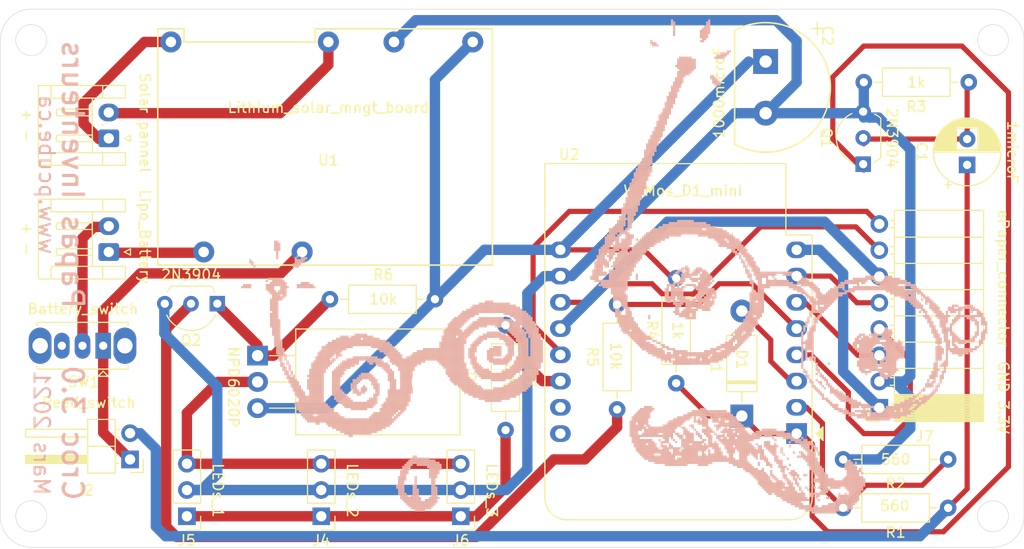
<source format=kicad_pcb>
(kicad_pcb (version 20171130) (host pcbnew 5.1.7-a382d34a8~88~ubuntu18.04.1)
  (layers (0 F.Cu signal) (31 B.Cu signal) (34 B.Paste user) (35 F.Paste user) (36 B.SilkS user) (37 F.SilkS user) (38 B.Mask user) (39 F.Mask user) (44 Edge.Cuts user))
  (net 0 "")
  (net 1 "Net-(C1-Pad1)")
  (net 2 "Net-(C1-Pad2)")
  (net 3 +5V)
  (net 4 GND)
  (net 5 /WEMOS_RESET)
  (net 6 /D0)
  (net 7 /SOLAR+)
  (net 8 /SOLAR-)
  (net 9 /LED_VIN)
  (net 10 /3.3V)
  (net 11 "Net-(Q2-Pad2)")
  (net 12 /A0)
  (net 13 /DIN)
  (net 14 /CLK)
  (net 15 /CS)
  (net 16 /DC)
  (net 17 /RST)
  (net 18 /BUSY)
  (net 19 /MOSFET_CTRL)
  (net 20 /WS2812B_DATA_IN)
  (net 21 /LIPO-)
  (net 22 /LED_DIN)
  (net 23 "Net-(J2-Pad1)")
  (net 24 /LIPO+SWITCH)
  (net 25 "Net-(Q2-Pad1)")
  (module lib_fp:Edge_CP_Radial_D12.5mm_P5.00mm (layer F.Cu) (at 174.835 75.195 270)
    (fp_text reference C2 (at -5 -6 270 unlocked) (layer F.SilkS))
    (fp_text value 1000microF (at 0.5 4.5 90 unlocked) (layer F.SilkS))
    (pad 2 thru_hole circle (at 2.5 0 270) (size 2.4 2.4) (drill 1.2) (layers *.Cu *.Mask) (net 4 GND))
    (pad 1 thru_hole rect (at -2.5 0 270) (size 2.4 2.4) (drill 1.2) (layers *.Cu *.Mask) (net 3 +5V))
  )
  (module "Lib_fp:LOGO_papas_inventeurs_et_jeunes (72x48mm)" (layer B.Cu) (at 196.275 68.625 180)
    (fp_text reference LOGO_papas_inventeurs_et_jeunes hide)
    (fp_text value "" (at 0 0) (layer B.SilkS) (effects (font (size 1.27 1.27)) (justify mirror)))
  )
  (module Connector_JST:JST_EH_S2B-EH_1x02_P2.50mm_Horizontal (layer F.Cu) (at 111.275 91.125 90)
    (fp_text reference "+ -" (at 1.25 -7.9 270 unlocked) (layer F.SilkS))
    (fp_text value Lipo_Battery (at 1.5 3.5 270 unlocked) (layer F.SilkS))
    (pad 2 thru_hole oval (at 2.5 0 90) (size 1.7 2) (drill 1) (layers *.Cu *.Mask) (net 24 /LIPO+SWITCH))
    (pad 1 thru_hole roundrect (at 0 0 90) (size 1.7 2) (drill 1) (layers *.Cu *.Mask) (roundrect_rratio 0.1470588235294118) (net 21 /LIPO-))
  )
  (module Connector_JST:JST_EH_S2B-EH_1x02_P2.50mm_Horizontal (layer F.Cu) (at 111.275 80.125 90)
    (fp_text reference "+ -" (at 1.25 -7.9 270 unlocked) (layer F.SilkS))
    (fp_text value "Solar pannel" (at 1.5 3.5 270 unlocked) (layer F.SilkS))
    (pad 2 thru_hole oval (at 2.5 0 90) (size 1.7 2) (drill 1) (layers *.Cu *.Mask) (net 7 /SOLAR+))
    (pad 1 thru_hole roundrect (at 0 0 90) (size 1.7 2) (drill 1) (layers *.Cu *.Mask) (roundrect_rratio 0.1470588235294118) (net 8 /SOLAR-))
  )
  (module Module:WEMOS_D1_mini_light (layer F.Cu) (at 177.835 108.695 180)
    (fp_text reference U2 (at 22 27) (layer F.SilkS))
    (fp_text value WeMos_D1_mini (at 11 23.5) (layer F.SilkS))
    (pad 2 thru_hole oval (at 0 2.54 180) (size 2 1.6) (drill 1) (layers *.Cu *.Mask) (net 12 /A0))
    (pad 1 thru_hole rect (at 0 0 180) (size 2 2) (drill 1) (layers *.Cu *.Mask) (net 5 /WEMOS_RESET))
    (pad 3 thru_hole oval (at 0 5.08 180) (size 2 1.6) (drill 1) (layers *.Cu *.Mask) (net 6 /D0))
    (pad 4 thru_hole oval (at 0 7.62 180) (size 2 1.6) (drill 1) (layers *.Cu *.Mask) (net 14 /CLK))
    (pad 5 thru_hole oval (at 0 10.16 180) (size 2 1.6) (drill 1) (layers *.Cu *.Mask) (net 19 /MOSFET_CTRL))
    (pad 6 thru_hole oval (at 0 12.7 180) (size 2 1.6) (drill 1) (layers *.Cu *.Mask) (net 13 /DIN))
    (pad 7 thru_hole oval (at 0 15.24 180) (size 2 1.6) (drill 1) (layers *.Cu *.Mask) (net 15 /CS))
    (pad 8 thru_hole oval (at 0 17.78 180) (size 2 1.6) (drill 1) (layers *.Cu *.Mask) (net 10 /3.3V))
    (pad 9 thru_hole oval (at 22.86 17.78 180) (size 2 1.6) (drill 1) (layers *.Cu *.Mask) (net 3 +5V))
    (pad 10 thru_hole oval (at 22.86 15.24 180) (size 2 1.6) (drill 1) (layers *.Cu *.Mask) (net 4 GND))
    (pad 11 thru_hole oval (at 22.86 12.7 180) (size 2 1.6) (drill 1) (layers *.Cu *.Mask) (net 17 /RST))
    (pad 12 thru_hole oval (at 22.86 10.16 180) (size 2 1.6) (drill 1) (layers *.Cu *.Mask) (net 16 /DC))
    (pad 13 thru_hole oval (at 22.86 7.62 180) (size 2 1.6) (drill 1) (layers *.Cu *.Mask) (net 18 /BUSY))
    (pad 14 thru_hole oval (at 22.86 5.08 180) (size 2 1.6) (drill 1) (layers *.Cu *.Mask) (net 20 /WS2812B_DATA_IN))
    (pad 15 thru_hole oval (at 22.86 2.54 180) (size 2 1.6) (drill 1) (layers *.Cu *.Mask))
    (pad 16 thru_hole oval (at 22.86 0 180) (size 2 1.6) (drill 1) (layers *.Cu *.Mask))
  )
  (module Capacitor_THT:CP_Radial_D6.3mm_P2.50mm (layer F.Cu) (at 194.335 82.695 90)
    (fp_text reference C1 (at 1.25 -4.4 270 unlocked) (layer F.SilkS))
    (fp_text value 1microF (at 1.25 4.4 270 unlocked) (layer F.SilkS))
    (pad 1 thru_hole rect (at 0 0 90) (size 1.6 1.6) (drill 0.8) (layers *.Cu *.Mask) (net 1 "Net-(C1-Pad1)"))
    (pad 2 thru_hole circle (at 2.5 0 90) (size 1.6 1.6) (drill 0.8) (layers *.Cu *.Mask) (net 2 "Net-(C1-Pad2)"))
  )
  (module Connector_PinHeader_2.54mm:PinHeader_1x02_P2.54mm_Horizontal (layer F.Cu) (at 113.335 111.195 180)
    (fp_text reference J2 (at 4.385 -3) (layer F.SilkS))
    (fp_text value Reed_switch (at 4 5.5 unlocked) (layer F.SilkS))
    (pad 1 thru_hole rect (at 0 0 180) (size 1.7 1.7) (drill 1) (layers *.Cu *.Mask) (net 23 "Net-(J2-Pad1)"))
    (pad 2 thru_hole oval (at 0 2.54 180) (size 1.7 1.7) (drill 1) (layers *.Cu *.Mask) (net 1 "Net-(C1-Pad1)"))
  )
  (module Connector_PinSocket_2.54mm:PinSocket_1x08_P2.54mm_Horizontal (layer F.Cu) (at 185.835 106.195 180)
    (fp_text reference J7 (at -4.38 -2.77) (layer F.SilkS))
    (fp_text value ePaper_connector (at -12 12.5 270 unlocked) (layer F.SilkS))
    (pad 8 thru_hole oval (at 0 17.78 180) (size 1.7 1.7) (drill 1) (layers *.Cu *.Mask) (net 18 /BUSY))
    (pad 7 thru_hole oval (at 0 15.24 180) (size 1.7 1.7) (drill 1) (layers *.Cu *.Mask) (net 17 /RST))
    (pad 6 thru_hole oval (at 0 12.7 180) (size 1.7 1.7) (drill 1) (layers *.Cu *.Mask) (net 16 /DC))
    (pad 5 thru_hole oval (at 0 10.16 180) (size 1.7 1.7) (drill 1) (layers *.Cu *.Mask) (net 15 /CS))
    (pad 4 thru_hole oval (at 0 7.62 180) (size 1.7 1.7) (drill 1) (layers *.Cu *.Mask) (net 14 /CLK))
    (pad 3 thru_hole oval (at 0 5.08 180) (size 1.7 1.7) (drill 1) (layers *.Cu *.Mask) (net 13 /DIN))
    (pad 2 thru_hole oval (at 0 2.54 180) (size 1.7 1.7) (drill 1) (layers *.Cu *.Mask) (net 4 GND))
    (pad 1 thru_hole rect (at 0 0 180) (size 1.7 1.7) (drill 1) (layers *.Cu *.Mask) (net 10 /3.3V))
  )
  (module Package_TO_SOT_THT:TO-92L_Inline_Wide (layer F.Cu) (at 184.275 82.625 90)
    (fp_text reference Q1 (at 2.54 -3.56 270 unlocked) (layer F.SilkS))
    (fp_text value 2N3904 (at 2.54 2.79 270 unlocked) (layer F.SilkS))
    (pad 2 thru_hole circle (at 2.54 0 90) (size 1.5 1.5) (drill 0.8) (layers *.Cu *.Mask) (net 2 "Net-(C1-Pad2)"))
    (pad 3 thru_hole circle (at 5.08 0 90) (size 1.5 1.5) (drill 0.8) (layers *.Cu *.Mask) (net 4 GND))
    (pad 1 thru_hole rect (at 0 0 90) (size 1.5 1.5) (drill 0.8) (layers *.Cu *.Mask) (net 5 /WEMOS_RESET))
  )
  (module Package_TO_SOT_THT:TO-92L_Inline_Wide (layer F.Cu) (at 121.775 96.125 180)
    (fp_text reference Q2 (at 2.54 -3.56) (layer F.SilkS))
    (fp_text value 2N3904 (at 2.54 2.79) (layer F.SilkS))
    (pad 1 thru_hole rect (at 0 0 180) (size 1.5 1.5) (drill 0.8) (layers *.Cu *.Mask) (net 25 "Net-(Q2-Pad1)"))
    (pad 3 thru_hole circle (at 5.08 0 180) (size 1.5 1.5) (drill 0.8) (layers *.Cu *.Mask) (net 4 GND))
    (pad 2 thru_hole circle (at 2.54 0 180) (size 1.5 1.5) (drill 0.8) (layers *.Cu *.Mask) (net 11 "Net-(Q2-Pad2)"))
  )
  (module Package_TO_SOT_THT:TO-220-3_Horizontal_TabDown (layer F.Cu) (at 125.675 101.155 270)
    (fp_text reference Q3 (at 2.54 -20.58 270 unlocked) (layer F.SilkS))
    (fp_text value NPD6020P (at 3.04 2.34 270 unlocked) (layer F.SilkS))
    (pad "" np_thru_hole oval (at 2.54 -16.66 270) (size 3.5 3.5) (drill 3.5) (layers *.Cu *.Mask))
    (pad 1 thru_hole rect (at 0 0 270) (size 1.905 2) (drill 1.1) (layers *.Cu *.Mask) (net 25 "Net-(Q2-Pad1)"))
    (pad 2 thru_hole oval (at 2.54 0 270) (size 1.905 2) (drill 1.1) (layers *.Cu *.Mask) (net 9 /LED_VIN))
    (pad 3 thru_hole oval (at 5.08 0 270) (size 1.905 2) (drill 1.1) (layers *.Cu *.Mask) (net 3 +5V))
  )
  (module Lib_fp:Lithium_solar_mngt_board (layer F.Cu) (at 135.065 66.99)
    (fp_text reference U1 (at -2.54 15.24) (layer F.SilkS))
    (fp_text value Lithium_solar_mngt_board (at -2.54 10.16) (layer F.SilkS))
    (pad 1 thru_hole circle (at -2.54 3.81) (size 2.032 2.032) (drill 1.016) (layers *.Cu *.Mask) (net 7 /SOLAR+))
    (pad 2 thru_hole circle (at -17.78 3.81) (size 2.032 2.032) (drill 1.016) (layers *.Cu *.Mask) (net 8 /SOLAR-))
    (pad 4 thru_hole circle (at -14.605 24.13) (size 2.032 2.032) (drill 1.016) (layers *.Cu *.Mask) (net 21 /LIPO-))
    (pad 3 thru_hole circle (at -5.08 24.13) (size 2.032 2.032) (drill 1.016) (layers *.Cu *.Mask) (net 23 "Net-(J2-Pad1)"))
    (pad 6 thru_hole circle (at 3.81 3.81) (size 2.032 2.032) (drill 1.016) (layers *.Cu *.Mask) (net 4 GND))
    (pad 5 thru_hole circle (at 11.43 3.81) (size 2.032 2.032) (drill 1.016) (layers *.Cu *.Mask) (net 3 +5V))
  )
  (module Connector_PinHeader_2.54mm:PinHeader_1x03_P2.54mm_Vertical (layer F.Cu) (at 131.835 116.695 180)
    (fp_text reference J4 (at 0 -2.33) (layer F.SilkS))
    (fp_text value LEDs_2 (at -3 2.5 270 unlocked) (layer F.SilkS))
    (pad 1 thru_hole rect (at 0 0 180) (size 1.7 1.7) (drill 1) (layers *.Cu *.Mask) (net 22 /LED_DIN))
    (pad 2 thru_hole oval (at 0 2.54 180) (size 1.7 1.7) (drill 1) (layers *.Cu *.Mask) (net 4 GND))
    (pad 3 thru_hole oval (at 0 5.08 180) (size 1.7 1.7) (drill 1) (layers *.Cu *.Mask) (net 9 /LED_VIN))
  )
  (module Connector_PinHeader_2.54mm:PinHeader_1x03_P2.54mm_Vertical (layer F.Cu) (at 118.835 116.695 180)
    (fp_text reference J5 (at 0 -2.33) (layer F.SilkS))
    (fp_text value LEDs_1 (at -3 2.5 270 unlocked) (layer F.SilkS))
    (pad 3 thru_hole oval (at 0 5.08 180) (size 1.7 1.7) (drill 1) (layers *.Cu *.Mask) (net 9 /LED_VIN))
    (pad 2 thru_hole oval (at 0 2.54 180) (size 1.7 1.7) (drill 1) (layers *.Cu *.Mask) (net 4 GND))
    (pad 1 thru_hole rect (at 0 0 180) (size 1.7 1.7) (drill 1) (layers *.Cu *.Mask) (net 22 /LED_DIN))
  )
  (module Connector_PinHeader_2.54mm:PinHeader_1x03_P2.54mm_Vertical (layer F.Cu) (at 145.335 116.695 180)
    (fp_text reference J6 (at 0 -2.33) (layer F.SilkS))
    (fp_text value LEDs_3 (at -3 2.5 270 unlocked) (layer F.SilkS))
    (pad 1 thru_hole rect (at 0 0 180) (size 1.7 1.7) (drill 1) (layers *.Cu *.Mask) (net 22 /LED_DIN))
    (pad 2 thru_hole oval (at 0 2.54 180) (size 1.7 1.7) (drill 1) (layers *.Cu *.Mask) (net 4 GND))
    (pad 3 thru_hole oval (at 0 5.08 180) (size 1.7 1.7) (drill 1) (layers *.Cu *.Mask) (net 9 /LED_VIN))
  )
  (module Button_Switch_THT:SW_Slide_1P2T_CK_OS102011MS2Q (layer F.Cu) (at 110.735 100.195 180)
    (fp_text reference SW1 (at 1.9 -3.5) (layer F.SilkS))
    (fp_text value Battery_switch (at 1.96 3.57) (layer F.SilkS))
    (pad 1 thru_hole rect (at 0 0 180) (size 1.5 2.5) (drill 0.8) (layers *.Cu *.Mask) (net 23 "Net-(J2-Pad1)"))
    (pad 2 thru_hole oval (at 2 0 180) (size 1.5 2.5) (drill 0.8) (layers *.Cu *.Mask) (net 24 /LIPO+SWITCH))
    (pad 3 thru_hole oval (at 4 0 180) (size 1.5 2.5) (drill 0.8) (layers *.Cu *.Mask))
    (pad "" thru_hole oval (at -2.1 0 180) (size 2.2 3.5) (drill 1.5) (layers *.Cu *.Mask))
    (pad "" thru_hole oval (at 6.1 0 180) (size 2.2 3.5) (drill 1.5) (layers *.Cu *.Mask))
  )
  (module Resistor_THT:R_Axial_DIN0207_L6.3mm_D2.5mm_P10.16mm_Horizontal (layer F.Cu) (at 192.495 115.885 180)
    (fp_text reference R1 (at 5.08 -2.37) (layer F.SilkS))
    (fp_text value 560 (at 5.16 0.19) (layer F.SilkS))
    (pad 1 thru_hole circle (at 0 0 180) (size 1.6 1.6) (drill 0.8) (layers *.Cu *.Mask) (net 1 "Net-(C1-Pad1)"))
    (pad 2 thru_hole oval (at 10.16 0 180) (size 1.6 1.6) (drill 0.8) (layers *.Cu *.Mask) (net 12 /A0))
  )
  (module Resistor_THT:R_Axial_DIN0207_L6.3mm_D2.5mm_P10.16mm_Horizontal (layer F.Cu) (at 192.495 111.195 180)
    (fp_text reference R2 (at 5.08 -2.37) (layer F.SilkS))
    (fp_text value 560 (at 5.08 0) (layer F.SilkS))
    (pad 2 thru_hole oval (at 10.16 0 180) (size 1.6 1.6) (drill 0.8) (layers *.Cu *.Mask) (net 4 GND))
    (pad 1 thru_hole circle (at 0 0 180) (size 1.6 1.6) (drill 0.8) (layers *.Cu *.Mask) (net 12 /A0))
  )
  (module Resistor_THT:R_Axial_DIN0207_L6.3mm_D2.5mm_P10.16mm_Horizontal (layer F.Cu) (at 194.495 74.695 180)
    (fp_text reference R3 (at 5.08 -2.37) (layer F.SilkS))
    (fp_text value 1k (at 5.08 0) (layer F.SilkS))
    (pad 1 thru_hole circle (at 0 0 180) (size 1.6 1.6) (drill 0.8) (layers *.Cu *.Mask) (net 2 "Net-(C1-Pad2)"))
    (pad 2 thru_hole oval (at 10.16 0 180) (size 1.6 1.6) (drill 0.8) (layers *.Cu *.Mask) (net 4 GND))
  )
  (module Resistor_THT:R_Axial_DIN0207_L6.3mm_D2.5mm_P10.16mm_Horizontal (layer F.Cu) (at 166.18 93.66 270)
    (fp_text reference R4 (at 5.035 2.345 270 unlocked) (layer F.SilkS))
    (fp_text value 1k (at 5.08 -0.155 270 unlocked) (layer F.SilkS))
    (pad 2 thru_hole oval (at 10.16 0 270) (size 1.6 1.6) (drill 0.8) (layers *.Cu *.Mask) (net 5 /WEMOS_RESET))
    (pad 1 thru_hole circle (at 0 0 270) (size 1.6 1.6) (drill 0.8) (layers *.Cu *.Mask) (net 3 +5V))
  )
  (module Resistor_THT:R_Axial_DIN0207_L6.3mm_D2.5mm_P10.16mm_Horizontal (layer F.Cu) (at 160.465 106.36 90)
    (fp_text reference R5 (at 5.08 -2.37 270 unlocked) (layer F.SilkS))
    (fp_text value 10k (at 5.165 -0.13 270 unlocked) (layer F.SilkS))
    (pad 2 thru_hole oval (at 10.16 0 90) (size 1.6 1.6) (drill 0.8) (layers *.Cu *.Mask) (net 19 /MOSFET_CTRL))
    (pad 1 thru_hole circle (at 0 0 90) (size 1.6 1.6) (drill 0.8) (layers *.Cu *.Mask) (net 11 "Net-(Q2-Pad2)"))
  )
  (module Resistor_THT:R_Axial_DIN0207_L6.3mm_D2.5mm_P10.16mm_Horizontal (layer F.Cu) (at 132.675 95.695)
    (fp_text reference R6 (at 5.16 -2.37) (layer F.SilkS))
    (fp_text value 10k (at 5.16 0) (layer F.SilkS))
    (pad 1 thru_hole circle (at 0 0) (size 1.6 1.6) (drill 0.8) (layers *.Cu *.Mask) (net 25 "Net-(Q2-Pad1)"))
    (pad 2 thru_hole oval (at 10.16 0) (size 1.6 1.6) (drill 0.8) (layers *.Cu *.Mask) (net 3 +5V))
  )
  (module Resistor_THT:R_Axial_DIN0207_L6.3mm_D2.5mm_P10.16mm_Horizontal (layer F.Cu) (at 149.67 98.195 270)
    (fp_text reference R7 (at 5.08 -2.37 270 unlocked) (layer F.SilkS))
    (fp_text value 470 (at 5.08 -0.165 270 unlocked) (layer F.SilkS))
    (pad 1 thru_hole circle (at 0 0 270) (size 1.6 1.6) (drill 0.8) (layers *.Cu *.Mask) (net 20 /WS2812B_DATA_IN))
    (pad 2 thru_hole oval (at 10.16 0 270) (size 1.6 1.6) (drill 0.8) (layers *.Cu *.Mask) (net 22 /LED_DIN))
  )
  (module Diode_THT:D_DO-41_SOD81_P10.16mm_Horizontal (layer F.Cu) (at 172.53 106.995 90)
    (fp_text reference D1 (at 5.08 -2.47 270 unlocked) (layer F.SilkS))
    (fp_text value DIODE)
    (fp_text user %R (at 5.47 0 270 unlocked) (layer F.SilkS))
    (fp_text user K (at 0 -2.1 90) (layer F.SilkS))
    (pad 1 thru_hole rect (at 0 0 90) (size 2.2 2.2) (drill 1.1) (layers *.Cu *.Mask) (net 5 /WEMOS_RESET))
    (pad 2 thru_hole oval (at 10.16 0 90) (size 2.2 2.2) (drill 1.1) (layers *.Cu *.Mask) (net 6 /D0))
  )
  (gr_text "Croc 3.0" (at 107.775 108.625 270) (layer B.SilkS) (effects (font (size 2 2) (thickness 0.3)) (justify mirror)))
  (gr_text "Mars 2021" (at 104.775 108.625 270) (layer B.SilkS) (effects (font (size 1.5 1.5) (thickness 0.2)) (justify mirror)))
  (gr_text www.pcube.ca (at 105.275 83.625 270) (layer B.SilkS) (effects (font (size 1.5 1.5) (thickness 0.2)) (justify mirror)))
  (gr_text "Papas Inventeurs" (at 107.775 83.625 270) (layer B.SilkS) (effects (font (size 2 2) (thickness 0.3)) (justify mirror)))
  (gr_line (start 100.775 70.625) (end 100.775 116.695) (layer Edge.Cuts) (width 0.05))
  (gr_arc (start 103.775 70.625) (end 103.775 67.625) (angle -90) (layer Edge.Cuts) (width 0.05))
  (gr_arc (start 196.835 70.625) (end 199.835 70.625) (angle -90) (layer Edge.Cuts) (width 0.05))
  (gr_arc (start 196.835 116.695) (end 196.835 119.695) (angle -90) (layer Edge.Cuts) (width 0.05))
  (gr_arc (start 103.775 116.695) (end 100.775 116.695) (angle -90) (layer Edge.Cuts) (width 0.05))
  (gr_text "GND 3.3V" (at 197.835 105.195 270) (layer F.SilkS) (effects (font (size 1 1))))
  (gr_circle (center 103.775 70.625) (end 102.275 70.625) (layer Edge.Cuts) (width 0.05))
  (gr_circle (center 196.835 116.695) (end 198.335 116.695) (layer Edge.Cuts) (width 0.05))
  (gr_circle (center 196.835 70.625) (end 198.335 70.625) (layer Edge.Cuts) (width 0.05))
  (gr_circle (center 103.775 116.695) (end 102.275 116.695) (layer Edge.Cuts) (width 0.05))
  (gr_line (start 196.835 67.625) (end 103.775 67.625) (layer Edge.Cuts) (width 0.05))
  (gr_line (start 199.835 116.695) (end 199.835 70.625) (layer Edge.Cuts) (width 0.05))
  (gr_line (start 103.775 119.695) (end 196.835 119.695) (layer Edge.Cuts) (width 0.05))
  (segment (start 192.495 115.885) (end 194.335 114.045) (width 0.5) (layer F.Cu) (net 1))
  (segment (start 194.335 114.045) (end 194.335 82.695) (width 0.5) (layer F.Cu) (net 1))
  (segment (start 190.185 118.195) (end 192.495 115.885) (width 1) (layer B.Cu) (net 1))
  (segment (start 114.305 108.655) (end 115.835 110.185) (width 1) (layer B.Cu) (net 1))
  (segment (start 113.335 108.655) (end 114.305 108.655) (width 1) (layer B.Cu) (net 1))
  (segment (start 115.835 110.185) (end 115.835 117.685) (width 1) (layer B.Cu) (net 1))
  (segment (start 116.775 118.625) (end 189.755 118.625) (width 1) (layer B.Cu) (net 1))
  (segment (start 115.835 117.685) (end 116.775 118.625) (width 1) (layer B.Cu) (net 1))
  (segment (start 189.755 118.625) (end 190.185 118.195) (width 1) (layer B.Cu) (net 1))
  (segment (start 194.335 74.855) (end 194.495 74.695) (width 0.5) (layer F.Cu) (net 2))
  (segment (start 194.335 80.195) (end 194.335 74.855) (width 0.5) (layer F.Cu) (net 2))
  (segment (start 184.795 80.195) (end 184.335 80.655) (width 0.5) (layer F.Cu) (net 2))
  (segment (start 194.335 80.195) (end 184.795 80.195) (width 0.5) (layer F.Cu) (net 2))
  (segment (start 154.975 90.915) (end 163.055 90.915) (width 0.5) (layer F.Cu) (net 3))
  (segment (start 165.8 93.66) (end 166.18 93.66) (width 0.5) (layer F.Cu) (net 3))
  (segment (start 163.055 90.915) (end 165.8 93.66) (width 0.5) (layer F.Cu) (net 3))
  (segment (start 147.615 90.915) (end 142.835 95.695) (width 1) (layer B.Cu) (net 3))
  (segment (start 154.975 90.915) (end 147.615 90.915) (width 1) (layer B.Cu) (net 3))
  (segment (start 142.835 74.46) (end 146.495 70.8) (width 1) (layer B.Cu) (net 3))
  (segment (start 142.835 95.695) (end 142.835 74.46) (width 1) (layer B.Cu) (net 3))
  (segment (start 132.295 106.235) (end 142.835 95.695) (width 1) (layer B.Cu) (net 3))
  (segment (start 125.675 106.235) (end 132.295 106.235) (width 1) (layer B.Cu) (net 3))
  (segment (start 173.195 72.695) (end 154.975 90.915) (width 1) (layer B.Cu) (net 3))
  (segment (start 116.65 96.2) (end 116.65 99.01) (width 1) (layer B.Cu) (net 4))
  (segment (start 116.65 99.01) (end 116.835 99.195) (width 0.5) (layer B.Cu) (net 4))
  (segment (start 131.835 114.155) (end 145.335 114.155) (width 1) (layer B.Cu) (net 4))
  (segment (start 154.975 93.455) (end 156.075 93.455) (width 0.5) (layer B.Cu) (net 4))
  (segment (start 171.835 77.695) (end 174.835 77.695) (width 1) (layer B.Cu) (net 4))
  (segment (start 156.075 93.455) (end 171.835 77.695) (width 1) (layer B.Cu) (net 4))
  (segment (start 183.915 77.695) (end 184.335 78.115) (width 0.5) (layer B.Cu) (net 4))
  (segment (start 174.835 77.695) (end 183.915 77.695) (width 1) (layer B.Cu) (net 4))
  (segment (start 184.335 78.115) (end 184.335 74.695) (width 1) (layer B.Cu) (net 4))
  (segment (start 188.835 103.105) (end 188.835 81.195) (width 1) (layer B.Cu) (net 4))
  (segment (start 188.835 81.195) (end 185.755 78.115) (width 1) (layer B.Cu) (net 4))
  (segment (start 188.285 103.655) (end 188.835 103.105) (width 1) (layer B.Cu) (net 4))
  (segment (start 185.835 103.655) (end 188.285 103.655) (width 1) (layer B.Cu) (net 4))
  (segment (start 185.835 103.655) (end 187.295 103.655) (width 1) (layer B.Cu) (net 4))
  (segment (start 187.295 103.655) (end 188.835 105.195) (width 1) (layer B.Cu) (net 4))
  (segment (start 188.835 105.195) (end 188.835 108.195) (width 1) (layer B.Cu) (net 4))
  (segment (start 185.835 111.195) (end 182.335 111.195) (width 1) (layer B.Cu) (net 4))
  (segment (start 188.835 108.195) (end 185.835 111.195) (width 1) (layer B.Cu) (net 4))
  (segment (start 177.835 74.695) (end 174.835 77.695) (width 1) (layer B.Cu) (net 4))
  (segment (start 177.835 70.695) (end 177.835 74.695) (width 1) (layer B.Cu) (net 4))
  (segment (start 175.835 68.695) (end 177.835 70.695) (width 1) (layer B.Cu) (net 4))
  (segment (start 138.875 70.8) (end 140.98 68.695) (width 1) (layer B.Cu) (net 4))
  (segment (start 140.98 68.695) (end 175.835 68.695) (width 1) (layer B.Cu) (net 4))
  (segment (start 154.975 93.455) (end 153.445 93.455) (width 1) (layer B.Cu) (net 4))
  (segment (start 153.445 93.455) (end 151.775 95.125) (width 1) (layer B.Cu) (net 4))
  (segment (start 151.775 95.125) (end 151.775 112.125) (width 1) (layer B.Cu) (net 4))
  (segment (start 149.745 114.155) (end 145.335 114.155) (width 1) (layer B.Cu) (net 4))
  (segment (start 151.775 112.125) (end 149.745 114.155) (width 1) (layer B.Cu) (net 4))
  (segment (start 131.835 114.155) (end 118.835 114.155) (width 1) (layer B.Cu) (net 4))
  (segment (start 118.835 114.155) (end 120.245 114.155) (width 1) (layer B.Cu) (net 4))
  (segment (start 120.245 114.155) (end 121.775 112.625) (width 1) (layer B.Cu) (net 4))
  (segment (start 121.775 104.135) (end 116.65 99.01) (width 1) (layer B.Cu) (net 4))
  (segment (start 121.775 112.625) (end 121.775 104.135) (width 1) (layer B.Cu) (net 4))
  (segment (start 184.845 78.115) (end 184.275 77.545) (width 1) (layer B.Cu) (net 4))
  (segment (start 185.755 78.115) (end 184.845 78.115) (width 1) (layer B.Cu) (net 4))
  (segment (start 174.23 108.695) (end 172.53 106.995) (width 0.5) (layer F.Cu) (net 5))
  (segment (start 177.835 108.695) (end 174.23 108.695) (width 0.5) (layer F.Cu) (net 5))
  (segment (start 169.355 106.995) (end 166.18 103.82) (width 0.5) (layer F.Cu) (net 5))
  (segment (start 172.53 106.995) (end 169.355 106.995) (width 0.5) (layer F.Cu) (net 5))
  (segment (start 181.335 74.195) (end 181.335 80.195) (width 0.5) (layer F.Cu) (net 5))
  (segment (start 198.335 75.695) (end 193.835 71.195) (width 0.5) (layer F.Cu) (net 5))
  (segment (start 198.335 111.895002) (end 198.335 75.695) (width 0.5) (layer F.Cu) (net 5))
  (segment (start 178.335 108.695) (end 179.335 109.695) (width 0.5) (layer F.Cu) (net 5))
  (segment (start 184.335 71.195) (end 181.335 74.195) (width 0.5) (layer F.Cu) (net 5))
  (segment (start 177.835 108.695) (end 178.335 108.695) (width 0.5) (layer F.Cu) (net 5))
  (segment (start 179.335 109.695) (end 179.335 116.695) (width 0.5) (layer F.Cu) (net 5))
  (segment (start 181.335 80.195) (end 184.335 83.195) (width 0.5) (layer F.Cu) (net 5))
  (segment (start 180.835 118.195) (end 192.035002 118.195) (width 0.5) (layer F.Cu) (net 5))
  (segment (start 193.835 71.195) (end 184.335 71.195) (width 0.5) (layer F.Cu) (net 5))
  (segment (start 179.335 116.695) (end 180.835 118.195) (width 0.5) (layer F.Cu) (net 5))
  (segment (start 192.035002 118.195) (end 198.335 111.895002) (width 0.5) (layer F.Cu) (net 5))
  (segment (start 177.835 103.615) (end 177.255 103.615) (width 0.5) (layer F.Cu) (net 6))
  (segment (start 177.255 103.615) (end 175.335 101.695) (width 0.5) (layer F.Cu) (net 6))
  (segment (start 175.335 99.64) (end 172.53 96.835) (width 0.5) (layer F.Cu) (net 6))
  (segment (start 175.335 101.695) (end 175.335 99.64) (width 0.5) (layer F.Cu) (net 6))
  (segment (start 110.835 77.695) (end 127.835 77.695) (width 1) (layer F.Cu) (net 7))
  (segment (start 132.525 73.005) (end 132.525 70.8) (width 1) (layer F.Cu) (net 7))
  (segment (start 127.835 77.695) (end 132.525 73.005) (width 1) (layer F.Cu) (net 7))
  (segment (start 110.835 80.195) (end 110.335 80.195) (width 0.5) (layer F.Cu) (net 8))
  (segment (start 110.335 80.195) (end 108.835 78.695) (width 1) (layer F.Cu) (net 8))
  (segment (start 108.835 78.695) (end 108.835 76.695) (width 1) (layer F.Cu) (net 8))
  (segment (start 114.73 70.8) (end 117.285 70.8) (width 1) (layer F.Cu) (net 8))
  (segment (start 108.835 76.695) (end 114.73 70.8) (width 1) (layer F.Cu) (net 8))
  (segment (start 125.675 103.695) (end 121.835 103.695) (width 1) (layer F.Cu) (net 9))
  (segment (start 118.835 106.695) (end 118.835 111.615) (width 1) (layer F.Cu) (net 9))
  (segment (start 121.835 103.695) (end 118.835 106.695) (width 1) (layer F.Cu) (net 9))
  (segment (start 118.835 111.615) (end 131.835 111.615) (width 1) (layer F.Cu) (net 9))
  (segment (start 131.835 111.615) (end 145.335 111.615) (width 1) (layer F.Cu) (net 9))
  (segment (start 177.835 90.915) (end 180.055 90.915) (width 1) (layer B.Cu) (net 10))
  (segment (start 180.055 90.915) (end 182.335 93.195) (width 1) (layer B.Cu) (net 10))
  (segment (start 182.335 102.695) (end 185.835 106.195) (width 1) (layer B.Cu) (net 10))
  (segment (start 182.335 93.195) (end 182.335 102.695) (width 1) (layer B.Cu) (net 10))
  (segment (start 160.465 108.065) (end 160.465 106.36) (width 1) (layer F.Cu) (net 11))
  (segment (start 157.335 111.195) (end 160.465 108.065) (width 1) (layer F.Cu) (net 11))
  (segment (start 116.835 98.555) (end 116.835 117.695) (width 1) (layer F.Cu) (net 11))
  (segment (start 116.835 117.695) (end 117.835 118.695) (width 1) (layer F.Cu) (net 11))
  (segment (start 119.19 96.2) (end 116.835 98.555) (width 1) (layer F.Cu) (net 11))
  (segment (start 117.835 118.695) (end 146.835 118.695) (width 1) (layer F.Cu) (net 11))
  (segment (start 146.835 118.695) (end 154.335 111.195) (width 1) (layer F.Cu) (net 11))
  (segment (start 154.335 111.195) (end 157.335 111.195) (width 1) (layer F.Cu) (net 11))
  (segment (start 177.835 106.155) (end 178.795 106.155) (width 0.5) (layer F.Cu) (net 12))
  (segment (start 178.795 106.155) (end 180.335 107.695) (width 0.5) (layer F.Cu) (net 12))
  (segment (start 180.335 113.885) (end 182.335 115.885) (width 0.5) (layer F.Cu) (net 12))
  (segment (start 180.335 107.695) (end 180.335 113.885) (width 0.5) (layer F.Cu) (net 12))
  (segment (start 182.335 115.885) (end 184.525 113.695) (width 0.5) (layer F.Cu) (net 12))
  (segment (start 189.995 113.695) (end 192.495 111.195) (width 0.5) (layer F.Cu) (net 12))
  (segment (start 184.525 113.695) (end 189.995 113.695) (width 0.5) (layer F.Cu) (net 12))
  (segment (start 177.835 95.995) (end 178.635 95.995) (width 0.5) (layer F.Cu) (net 13))
  (segment (start 183.755 101.115) (end 185.835 101.115) (width 0.5) (layer F.Cu) (net 13))
  (segment (start 178.635 95.995) (end 183.755 101.115) (width 0.5) (layer F.Cu) (net 13))
  (segment (start 177.835 101.075) (end 179.215 101.075) (width 0.5) (layer F.Cu) (net 14))
  (segment (start 179.215 101.075) (end 182.835 104.695) (width 0.5) (layer F.Cu) (net 14))
  (segment (start 182.835 104.695) (end 182.835 107.195) (width 0.5) (layer F.Cu) (net 14))
  (segment (start 182.835 107.195) (end 184.335 108.695) (width 0.5) (layer F.Cu) (net 14))
  (segment (start 184.335 108.695) (end 187.335 108.695) (width 0.5) (layer F.Cu) (net 14))
  (segment (start 187.335 108.695) (end 188.835 107.195) (width 0.5) (layer F.Cu) (net 14))
  (segment (start 188.835 101.575) (end 185.835 98.575) (width 0.5) (layer F.Cu) (net 14))
  (segment (start 188.835 107.195) (end 188.835 101.575) (width 0.5) (layer F.Cu) (net 14))
  (segment (start 177.835 93.455) (end 181.095 93.455) (width 0.5) (layer F.Cu) (net 15))
  (segment (start 183.675 96.035) (end 185.835 96.035) (width 0.5) (layer F.Cu) (net 15))
  (segment (start 181.095 93.455) (end 183.675 96.035) (width 0.5) (layer F.Cu) (net 15))
  (segment (start 185.835 93.495) (end 180.535 88.195) (width 1) (layer B.Cu) (net 16))
  (segment (start 180.535 88.195) (end 165.335 88.195) (width 1) (layer B.Cu) (net 16))
  (segment (start 154.995 98.535) (end 154.975 98.535) (width 0.5) (layer B.Cu) (net 16))
  (segment (start 165.335 88.195) (end 154.995 98.535) (width 1) (layer B.Cu) (net 16))
  (segment (start 154.975 95.995) (end 157.535 95.995) (width 0.5) (layer F.Cu) (net 17))
  (segment (start 157.535 95.995) (end 159.335 94.195) (width 0.5) (layer F.Cu) (net 17))
  (segment (start 159.335 94.195) (end 163.835 94.195) (width 0.5) (layer F.Cu) (net 17))
  (segment (start 163.835 94.195) (end 164.835 95.195) (width 0.5) (layer F.Cu) (net 17))
  (segment (start 164.835 95.195) (end 167.835 95.195) (width 0.5) (layer F.Cu) (net 17))
  (segment (start 167.835 95.195) (end 174.335 88.695) (width 0.5) (layer F.Cu) (net 17))
  (segment (start 183.575 88.695) (end 185.835 90.955) (width 0.5) (layer F.Cu) (net 17))
  (segment (start 174.335 88.695) (end 183.575 88.695) (width 0.5) (layer F.Cu) (net 17))
  (segment (start 154.975 101.075) (end 154.975 100.835) (width 0.5) (layer F.Cu) (net 18))
  (segment (start 154.975 100.835) (end 152.335 98.195) (width 0.5) (layer F.Cu) (net 18))
  (segment (start 152.335 98.195) (end 152.335 90.695) (width 0.5) (layer F.Cu) (net 18))
  (segment (start 152.335 90.695) (end 155.835 87.195) (width 0.5) (layer F.Cu) (net 18))
  (segment (start 184.615 87.195) (end 185.835 88.415) (width 0.5) (layer F.Cu) (net 18))
  (segment (start 155.835 87.195) (end 184.615 87.195) (width 0.5) (layer F.Cu) (net 18))
  (segment (start 160.465 96.2) (end 168.33 96.2) (width 0.5) (layer F.Cu) (net 19))
  (segment (start 168.33 96.2) (end 170.335 94.195) (width 0.5) (layer F.Cu) (net 19))
  (segment (start 173.495 94.195) (end 177.835 98.535) (width 0.5) (layer F.Cu) (net 19))
  (segment (start 170.335 94.195) (end 173.495 94.195) (width 0.5) (layer F.Cu) (net 19))
  (segment (start 154.975 103.615) (end 153.255 103.615) (width 1) (layer F.Cu) (net 20))
  (segment (start 153.255 103.615) (end 151.835 102.195) (width 1) (layer F.Cu) (net 20))
  (segment (start 151.835 100.36) (end 149.67 98.195) (width 1) (layer F.Cu) (net 20))
  (segment (start 151.835 102.195) (end 151.835 100.36) (width 1) (layer F.Cu) (net 20))
  (segment (start 120.385 91.195) (end 120.46 91.12) (width 0.5) (layer F.Cu) (net 21))
  (segment (start 110.835 91.195) (end 120.385 91.195) (width 1) (layer F.Cu) (net 21))
  (segment (start 118.835 116.695) (end 131.835 116.695) (width 1) (layer F.Cu) (net 22))
  (segment (start 131.835 116.695) (end 145.335 116.695) (width 1) (layer F.Cu) (net 22))
  (segment (start 145.335 116.695) (end 146.835 116.695) (width 1) (layer F.Cu) (net 22))
  (segment (start 149.67 113.86) (end 149.67 108.355) (width 1) (layer F.Cu) (net 22))
  (segment (start 146.835 116.695) (end 149.67 113.86) (width 1) (layer F.Cu) (net 22))
  (segment (start 110.735 100.195) (end 110.735 96.795) (width 1) (layer F.Cu) (net 23))
  (segment (start 110.735 96.795) (end 114.335 93.195) (width 1) (layer F.Cu) (net 23))
  (segment (start 127.91 93.195) (end 129.985 91.12) (width 1) (layer F.Cu) (net 23))
  (segment (start 114.335 93.195) (end 127.91 93.195) (width 1) (layer F.Cu) (net 23))
  (segment (start 110.735 108.595) (end 113.335 111.195) (width 1) (layer F.Cu) (net 23))
  (segment (start 110.735 100.195) (end 110.735 108.595) (width 1) (layer F.Cu) (net 23))
  (segment (start 110.835 88.695) (end 109.835 88.695) (width 1) (layer F.Cu) (net 24))
  (segment (start 108.735 89.795) (end 108.735 100.195) (width 1) (layer F.Cu) (net 24))
  (segment (start 109.835 88.695) (end 108.735 89.795) (width 1) (layer F.Cu) (net 24))
  (segment (start 125.675 100.145) (end 125.675 101.155) (width 0.5) (layer F.Cu) (net 25))
  (segment (start 121.73 96.2) (end 125.675 100.145) (width 1) (layer F.Cu) (net 25))
  (segment (start 127.215 101.155) (end 132.675 95.695) (width 1) (layer F.Cu) (net 25))
  (segment (start 125.675 101.155) (end 127.215 101.155) (width 1) (layer F.Cu) (net 25))
)
</source>
